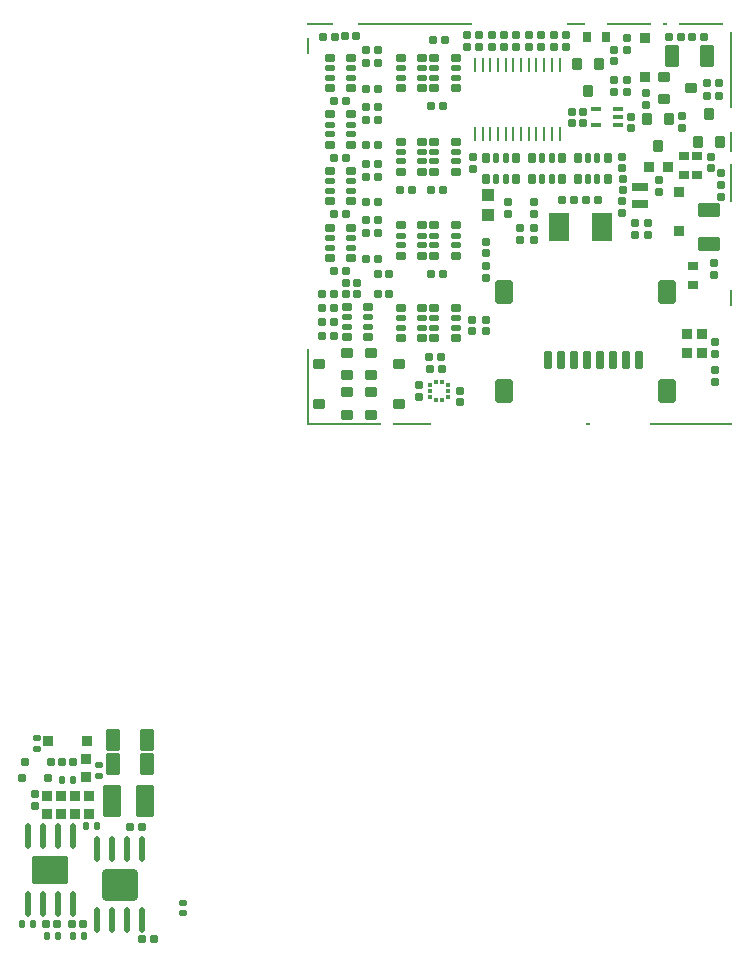
<source format=gbp>
G75*
G70*
%OFA0B0*%
%FSLAX25Y25*%
%IPPOS*%
%LPD*%
%AMOC8*
5,1,8,0,0,1.08239X$1,22.5*
%
%AMM208*
21,1,0.025590,0.026380,0.000000,-0.000000,180.000000*
21,1,0.020470,0.031500,0.000000,-0.000000,180.000000*
1,1,0.005120,-0.010240,0.013190*
1,1,0.005120,0.010240,0.013190*
1,1,0.005120,0.010240,-0.013190*
1,1,0.005120,-0.010240,-0.013190*
%
%AMM209*
21,1,0.017720,0.027950,0.000000,-0.000000,180.000000*
21,1,0.014170,0.031500,0.000000,-0.000000,180.000000*
1,1,0.003540,-0.007090,0.013980*
1,1,0.003540,0.007090,0.013980*
1,1,0.003540,0.007090,-0.013980*
1,1,0.003540,-0.007090,-0.013980*
%
%AMM212*
21,1,0.027560,0.018900,0.000000,-0.000000,0.000000*
21,1,0.022840,0.023620,0.000000,-0.000000,0.000000*
1,1,0.004720,0.011420,-0.009450*
1,1,0.004720,-0.011420,-0.009450*
1,1,0.004720,-0.011420,0.009450*
1,1,0.004720,0.011420,0.009450*
%
%AMM214*
21,1,0.027560,0.018900,0.000000,-0.000000,90.000000*
21,1,0.022840,0.023620,0.000000,-0.000000,90.000000*
1,1,0.004720,0.009450,0.011420*
1,1,0.004720,0.009450,-0.011420*
1,1,0.004720,-0.009450,-0.011420*
1,1,0.004720,-0.009450,0.011420*
%
%AMM216*
21,1,0.035430,0.030320,0.000000,-0.000000,180.000000*
21,1,0.028350,0.037400,0.000000,-0.000000,180.000000*
1,1,0.007090,-0.014170,0.015160*
1,1,0.007090,0.014170,0.015160*
1,1,0.007090,0.014170,-0.015160*
1,1,0.007090,-0.014170,-0.015160*
%
%AMM219*
21,1,0.027560,0.030710,0.000000,-0.000000,270.000000*
21,1,0.022050,0.036220,0.000000,-0.000000,270.000000*
1,1,0.005510,-0.015350,-0.011020*
1,1,0.005510,-0.015350,0.011020*
1,1,0.005510,0.015350,0.011020*
1,1,0.005510,0.015350,-0.011020*
%
%AMM240*
21,1,0.033470,0.026770,0.000000,-0.000000,0.000000*
21,1,0.026770,0.033470,0.000000,-0.000000,0.000000*
1,1,0.006690,0.013390,-0.013390*
1,1,0.006690,-0.013390,-0.013390*
1,1,0.006690,-0.013390,0.013390*
1,1,0.006690,0.013390,0.013390*
%
%AMM241*
21,1,0.025590,0.026380,0.000000,-0.000000,270.000000*
21,1,0.020470,0.031500,0.000000,-0.000000,270.000000*
1,1,0.005120,-0.013190,-0.010240*
1,1,0.005120,-0.013190,0.010240*
1,1,0.005120,0.013190,0.010240*
1,1,0.005120,0.013190,-0.010240*
%
%AMM242*
21,1,0.017720,0.027950,0.000000,-0.000000,270.000000*
21,1,0.014170,0.031500,0.000000,-0.000000,270.000000*
1,1,0.003540,-0.013980,-0.007090*
1,1,0.003540,-0.013980,0.007090*
1,1,0.003540,0.013980,0.007090*
1,1,0.003540,0.013980,-0.007090*
%
%AMM243*
21,1,0.033470,0.026770,0.000000,-0.000000,270.000000*
21,1,0.026770,0.033470,0.000000,-0.000000,270.000000*
1,1,0.006690,-0.013390,-0.013390*
1,1,0.006690,-0.013390,0.013390*
1,1,0.006690,0.013390,0.013390*
1,1,0.006690,0.013390,-0.013390*
%
%AMM244*
21,1,0.078740,0.045670,0.000000,-0.000000,90.000000*
21,1,0.067320,0.057090,0.000000,-0.000000,90.000000*
1,1,0.011420,0.022840,0.033660*
1,1,0.011420,0.022840,-0.033660*
1,1,0.011420,-0.022840,-0.033660*
1,1,0.011420,-0.022840,0.033660*
%
%AMM245*
21,1,0.059060,0.020470,0.000000,-0.000000,90.000000*
21,1,0.053940,0.025590,0.000000,-0.000000,90.000000*
1,1,0.005120,0.010240,0.026970*
1,1,0.005120,0.010240,-0.026970*
1,1,0.005120,-0.010240,-0.026970*
1,1,0.005120,-0.010240,0.026970*
%
%AMM246*
21,1,0.035430,0.030320,0.000000,-0.000000,90.000000*
21,1,0.028350,0.037400,0.000000,-0.000000,90.000000*
1,1,0.007090,0.015160,0.014170*
1,1,0.007090,0.015160,-0.014170*
1,1,0.007090,-0.015160,-0.014170*
1,1,0.007090,-0.015160,0.014170*
%
%AMM247*
21,1,0.012600,0.028980,0.000000,-0.000000,90.000000*
21,1,0.010080,0.031500,0.000000,-0.000000,90.000000*
1,1,0.002520,0.014490,0.005040*
1,1,0.002520,0.014490,-0.005040*
1,1,0.002520,-0.014490,-0.005040*
1,1,0.002520,-0.014490,0.005040*
%
%AMM248*
21,1,0.070870,0.036220,0.000000,-0.000000,270.000000*
21,1,0.061810,0.045280,0.000000,-0.000000,270.000000*
1,1,0.009060,-0.018110,-0.030910*
1,1,0.009060,-0.018110,0.030910*
1,1,0.009060,0.018110,0.030910*
1,1,0.009060,0.018110,-0.030910*
%
%AMM249*
21,1,0.035830,0.026770,0.000000,-0.000000,270.000000*
21,1,0.029130,0.033470,0.000000,-0.000000,270.000000*
1,1,0.006690,-0.013390,-0.014570*
1,1,0.006690,-0.013390,0.014570*
1,1,0.006690,0.013390,0.014570*
1,1,0.006690,0.013390,-0.014570*
%
%AMM250*
21,1,0.027560,0.049610,0.000000,-0.000000,270.000000*
21,1,0.022050,0.055120,0.000000,-0.000000,270.000000*
1,1,0.005510,-0.024800,-0.011020*
1,1,0.005510,-0.024800,0.011020*
1,1,0.005510,0.024800,0.011020*
1,1,0.005510,0.024800,-0.011020*
%
%AMM251*
21,1,0.070870,0.036220,0.000000,-0.000000,0.000000*
21,1,0.061810,0.045280,0.000000,-0.000000,0.000000*
1,1,0.009060,0.030910,-0.018110*
1,1,0.009060,-0.030910,-0.018110*
1,1,0.009060,-0.030910,0.018110*
1,1,0.009060,0.030910,0.018110*
%
%AMM252*
21,1,0.027560,0.030710,0.000000,-0.000000,0.000000*
21,1,0.022050,0.036220,0.000000,-0.000000,0.000000*
1,1,0.005510,0.011020,-0.015350*
1,1,0.005510,-0.011020,-0.015350*
1,1,0.005510,-0.011020,0.015350*
1,1,0.005510,0.011020,0.015350*
%
%AMM42*
21,1,0.035830,0.026770,0.000000,0.000000,0.000000*
21,1,0.029130,0.033470,0.000000,0.000000,0.000000*
1,1,0.006690,0.014570,-0.013390*
1,1,0.006690,-0.014570,-0.013390*
1,1,0.006690,-0.014570,0.013390*
1,1,0.006690,0.014570,0.013390*
%
%AMM44*
21,1,0.070870,0.036220,0.000000,0.000000,90.000000*
21,1,0.061810,0.045280,0.000000,0.000000,90.000000*
1,1,0.009060,0.018110,0.030910*
1,1,0.009060,0.018110,-0.030910*
1,1,0.009060,-0.018110,-0.030910*
1,1,0.009060,-0.018110,0.030910*
%
%AMM66*
21,1,0.023620,0.018900,0.000000,0.000000,90.000000*
21,1,0.018900,0.023620,0.000000,0.000000,90.000000*
1,1,0.004720,0.009450,0.009450*
1,1,0.004720,0.009450,-0.009450*
1,1,0.004720,-0.009450,-0.009450*
1,1,0.004720,-0.009450,0.009450*
%
%AMM67*
21,1,0.019680,0.019680,0.000000,0.000000,0.000000*
21,1,0.015750,0.023620,0.000000,0.000000,0.000000*
1,1,0.003940,0.007870,-0.009840*
1,1,0.003940,-0.007870,-0.009840*
1,1,0.003940,-0.007870,0.009840*
1,1,0.003940,0.007870,0.009840*
%
%AMM68*
21,1,0.019680,0.019680,0.000000,0.000000,270.000000*
21,1,0.015750,0.023620,0.000000,0.000000,270.000000*
1,1,0.003940,-0.009840,-0.007870*
1,1,0.003940,-0.009840,0.007870*
1,1,0.003940,0.009840,0.007870*
1,1,0.003940,0.009840,-0.007870*
%
%AMM82*
21,1,0.106300,0.050390,0.000000,0.000000,90.000000*
21,1,0.093700,0.062990,0.000000,0.000000,90.000000*
1,1,0.012600,0.025200,0.046850*
1,1,0.012600,0.025200,-0.046850*
1,1,0.012600,-0.025200,-0.046850*
1,1,0.012600,-0.025200,0.046850*
%
%AMM83*
21,1,0.033470,0.026770,0.000000,0.000000,270.000000*
21,1,0.026770,0.033470,0.000000,0.000000,270.000000*
1,1,0.006690,-0.013390,-0.013390*
1,1,0.006690,-0.013390,0.013390*
1,1,0.006690,0.013390,0.013390*
1,1,0.006690,0.013390,-0.013390*
%
%AMM84*
21,1,0.023620,0.018900,0.000000,0.000000,180.000000*
21,1,0.018900,0.023620,0.000000,0.000000,180.000000*
1,1,0.004720,-0.009450,0.009450*
1,1,0.004720,0.009450,0.009450*
1,1,0.004720,0.009450,-0.009450*
1,1,0.004720,-0.009450,-0.009450*
%
%AMM85*
21,1,0.122050,0.075590,0.000000,0.000000,180.000000*
21,1,0.103150,0.094490,0.000000,0.000000,180.000000*
1,1,0.018900,-0.051580,0.037800*
1,1,0.018900,0.051580,0.037800*
1,1,0.018900,0.051580,-0.037800*
1,1,0.018900,-0.051580,-0.037800*
%
%AMM86*
21,1,0.118110,0.083460,0.000000,0.000000,0.000000*
21,1,0.097240,0.104330,0.000000,0.000000,0.000000*
1,1,0.020870,0.048620,-0.041730*
1,1,0.020870,-0.048620,-0.041730*
1,1,0.020870,-0.048620,0.041730*
1,1,0.020870,0.048620,0.041730*
%
%ADD135R,0.01378X0.01476*%
%ADD140M42*%
%ADD142R,0.01476X0.01378*%
%ADD145M44*%
%ADD173M66*%
%ADD174M67*%
%ADD175M68*%
%ADD193M82*%
%ADD194M83*%
%ADD195M84*%
%ADD196O,0.01968X0.08661*%
%ADD197M85*%
%ADD198M86*%
%ADD256O,0.00984X0.04961*%
%ADD259R,0.06693X0.09449*%
%ADD261R,0.04331X0.03937*%
%ADD32R,0.14567X0.00787*%
%ADD33R,0.01575X0.00787*%
%ADD338M208*%
%ADD339M209*%
%ADD34R,0.06299X0.00787*%
%ADD342M212*%
%ADD344M214*%
%ADD346M216*%
%ADD349M219*%
%ADD35R,0.38189X0.00787*%
%ADD36R,0.09055X0.00787*%
%ADD37R,0.00787X0.05512*%
%ADD370M240*%
%ADD371M241*%
%ADD372M242*%
%ADD373M243*%
%ADD374M244*%
%ADD375M245*%
%ADD376M246*%
%ADD377M247*%
%ADD378M248*%
%ADD379M249*%
%ADD38R,0.00787X0.25197*%
%ADD380M250*%
%ADD381M251*%
%ADD382M252*%
%ADD39R,0.00787X0.06693*%
%ADD40R,0.00787X0.12992*%
%ADD41R,0.27559X0.00787*%
%ADD42R,0.12992X0.00787*%
%ADD43R,0.24803X0.00787*%
X0000000Y0000000D02*
%LPD*%
G01*
X0125197Y0340157D02*
G01*
G75*
D40*
X0266536Y0286810D02*
D03*
D39*
X0266536Y0300590D02*
D03*
D42*
X0160433Y0206692D02*
D03*
D37*
X0266536Y0248425D02*
D03*
X0125591Y0332677D02*
D03*
D38*
X0125591Y0218897D02*
D03*
X0266536Y0324409D02*
D03*
D35*
X0161221Y0339763D02*
D03*
D36*
X0129725Y0339763D02*
D03*
D34*
X0214961Y0339763D02*
D03*
D43*
X0137599Y0206692D02*
D03*
D41*
X0253150Y0206692D02*
D03*
D32*
X0232480Y0339763D02*
D03*
X0256496Y0339763D02*
D03*
D33*
X0244488Y0339763D02*
D03*
X0218898Y0206692D02*
D03*
D338*
X0210236Y0288188D02*
D03*
X0184941Y0288188D02*
D03*
X0200197Y0288188D02*
D03*
X0194981Y0288188D02*
D03*
X0225492Y0295275D02*
D03*
X0225492Y0288188D02*
D03*
X0215453Y0288188D02*
D03*
X0215453Y0295275D02*
D03*
X0184941Y0295275D02*
D03*
X0194981Y0295275D02*
D03*
X0200197Y0295275D02*
D03*
X0210236Y0295275D02*
D03*
D339*
X0206791Y0288188D02*
D03*
X0191536Y0288188D02*
D03*
X0203642Y0288188D02*
D03*
X0188386Y0288188D02*
D03*
X0218898Y0288188D02*
D03*
X0222047Y0288188D02*
D03*
X0222047Y0295275D02*
D03*
X0218898Y0295275D02*
D03*
X0191536Y0295275D02*
D03*
X0188386Y0295275D02*
D03*
X0206791Y0295275D02*
D03*
X0203642Y0295275D02*
D03*
D342*
X0263386Y0286220D02*
D03*
X0263386Y0290157D02*
D03*
X0259843Y0291732D02*
D03*
X0259843Y0295669D02*
D03*
X0242520Y0283858D02*
D03*
X0242520Y0287795D02*
D03*
X0184818Y0255205D02*
D03*
X0184818Y0259142D02*
D03*
X0184818Y0263401D02*
D03*
X0184818Y0267338D02*
D03*
X0217285Y0306723D02*
D03*
X0217285Y0310660D02*
D03*
X0213562Y0306723D02*
D03*
X0213562Y0310660D02*
D03*
X0250394Y0309139D02*
D03*
X0250394Y0305202D02*
D03*
X0261327Y0220505D02*
D03*
X0261088Y0256253D02*
D03*
X0184818Y0241338D02*
D03*
X0238976Y0273622D02*
D03*
X0234646Y0273622D02*
D03*
X0230427Y0277052D02*
D03*
X0230482Y0288329D02*
D03*
X0200822Y0267913D02*
D03*
X0200822Y0276702D02*
D03*
X0192337Y0280639D02*
D03*
X0162471Y0215722D02*
D03*
X0180315Y0241338D02*
D03*
X0263386Y0282283D02*
D03*
X0230391Y0295669D02*
D03*
X0231789Y0317322D02*
D03*
X0231789Y0331387D02*
D03*
X0227559Y0317322D02*
D03*
X0227559Y0331387D02*
D03*
X0180651Y0291684D02*
D03*
X0178740Y0336220D02*
D03*
X0238976Y0269685D02*
D03*
X0200822Y0280639D02*
D03*
X0200822Y0271850D02*
D03*
X0196334Y0271850D02*
D03*
X0196334Y0267913D02*
D03*
X0176378Y0213779D02*
D03*
X0176378Y0217716D02*
D03*
X0162471Y0219659D02*
D03*
X0233295Y0305104D02*
D03*
X0233295Y0309041D02*
D03*
X0231789Y0335325D02*
D03*
X0230391Y0291732D02*
D03*
X0192337Y0276702D02*
D03*
X0230482Y0284392D02*
D03*
X0230427Y0280989D02*
D03*
X0227559Y0321259D02*
D03*
X0180651Y0295621D02*
D03*
X0178740Y0332283D02*
D03*
X0261088Y0260190D02*
D03*
X0263386Y0286220D02*
D03*
X0238362Y0312992D02*
D03*
X0238362Y0316929D02*
D03*
X0231789Y0321259D02*
D03*
X0180315Y0237401D02*
D03*
X0184818Y0237401D02*
D03*
X0234646Y0269685D02*
D03*
X0261327Y0224442D02*
D03*
X0261327Y0233758D02*
D03*
X0261327Y0229821D02*
D03*
X0227559Y0327450D02*
D03*
X0182677Y0336220D02*
D03*
X0182677Y0332283D02*
D03*
X0195079Y0336220D02*
D03*
X0195079Y0332283D02*
D03*
X0199213Y0336220D02*
D03*
X0199213Y0332283D02*
D03*
X0207481Y0336220D02*
D03*
X0207481Y0332283D02*
D03*
X0203347Y0336220D02*
D03*
X0203347Y0332283D02*
D03*
X0211614Y0336220D02*
D03*
X0211614Y0332283D02*
D03*
X0190945Y0336220D02*
D03*
X0190945Y0332283D02*
D03*
X0186811Y0336220D02*
D03*
X0186811Y0332283D02*
D03*
D344*
X0214173Y0281230D02*
D03*
X0218406Y0281230D02*
D03*
X0130315Y0235826D02*
D03*
X0130315Y0240551D02*
D03*
X0130315Y0245275D02*
D03*
X0130315Y0249999D02*
D03*
X0258662Y0320078D02*
D03*
X0258662Y0315944D02*
D03*
X0166441Y0224764D02*
D03*
X0170378Y0224764D02*
D03*
X0257480Y0335693D02*
D03*
X0253544Y0335693D02*
D03*
X0222343Y0281230D02*
D03*
X0210236Y0281230D02*
D03*
X0165945Y0228936D02*
D03*
X0169882Y0228936D02*
D03*
X0138169Y0253709D02*
D03*
X0142106Y0253709D02*
D03*
X0142106Y0249999D02*
D03*
X0138169Y0249999D02*
D03*
X0152756Y0249999D02*
D03*
X0148819Y0249999D02*
D03*
X0134252Y0249999D02*
D03*
X0134252Y0245275D02*
D03*
X0134252Y0235826D02*
D03*
X0134252Y0240551D02*
D03*
X0167446Y0334658D02*
D03*
X0171383Y0334658D02*
D03*
X0170473Y0284448D02*
D03*
X0166536Y0284448D02*
D03*
X0160236Y0284448D02*
D03*
X0156299Y0284448D02*
D03*
X0170473Y0312401D02*
D03*
X0166536Y0312401D02*
D03*
X0145079Y0288976D02*
D03*
X0149016Y0288976D02*
D03*
X0145079Y0318306D02*
D03*
X0149016Y0318306D02*
D03*
X0145079Y0331102D02*
D03*
X0149016Y0331102D02*
D03*
X0138169Y0314210D02*
D03*
X0134232Y0314210D02*
D03*
X0137795Y0335826D02*
D03*
X0141732Y0335826D02*
D03*
X0134646Y0335629D02*
D03*
X0130709Y0335629D02*
D03*
X0245954Y0335693D02*
D03*
X0249891Y0335693D02*
D03*
X0262599Y0320078D02*
D03*
X0262599Y0315944D02*
D03*
X0149016Y0312204D02*
D03*
X0145079Y0312204D02*
D03*
X0149016Y0307874D02*
D03*
X0145079Y0307874D02*
D03*
X0149016Y0299409D02*
D03*
X0145079Y0299409D02*
D03*
X0134232Y0295243D02*
D03*
X0138169Y0295243D02*
D03*
X0166536Y0256496D02*
D03*
X0170473Y0256496D02*
D03*
X0149016Y0326771D02*
D03*
X0145079Y0326771D02*
D03*
X0134232Y0276400D02*
D03*
X0138169Y0276400D02*
D03*
X0149016Y0280511D02*
D03*
X0145079Y0280511D02*
D03*
X0149016Y0293306D02*
D03*
X0145079Y0293306D02*
D03*
X0134232Y0257420D02*
D03*
X0138169Y0257420D02*
D03*
X0149016Y0261613D02*
D03*
X0145079Y0261613D02*
D03*
X0149016Y0270078D02*
D03*
X0145079Y0270078D02*
D03*
X0149016Y0274409D02*
D03*
X0145079Y0274409D02*
D03*
X0152756Y0256632D02*
D03*
X0148819Y0256632D02*
D03*
D346*
X0255453Y0300600D02*
D03*
X0245978Y0308340D02*
D03*
X0222608Y0326673D02*
D03*
D349*
X0254036Y0252952D02*
D03*
X0254036Y0259252D02*
D03*
X0255414Y0289566D02*
D03*
X0255414Y0295866D02*
D03*
X0250788Y0289566D02*
D03*
X0250788Y0295866D02*
D03*
D346*
X0218867Y0317421D02*
D03*
X0238498Y0308340D02*
D03*
X0242238Y0299088D02*
D03*
X0262933Y0300600D02*
D03*
X0259193Y0309852D02*
D03*
X0215127Y0326673D02*
D03*
D370*
X0245591Y0292126D02*
D03*
X0239370Y0292126D02*
D03*
D371*
X0174803Y0262696D02*
D03*
X0167717Y0262696D02*
D03*
X0167717Y0272736D02*
D03*
X0174803Y0272736D02*
D03*
X0167717Y0290649D02*
D03*
X0167717Y0318602D02*
D03*
X0163780Y0300688D02*
D03*
X0138583Y0245570D02*
D03*
X0145669Y0245570D02*
D03*
X0145669Y0235531D02*
D03*
X0138583Y0235531D02*
D03*
X0156693Y0328641D02*
D03*
X0163780Y0328641D02*
D03*
X0163780Y0318602D02*
D03*
X0156693Y0318602D02*
D03*
X0174803Y0318602D02*
D03*
X0167717Y0328641D02*
D03*
X0174803Y0328641D02*
D03*
X0156693Y0300688D02*
D03*
X0163780Y0290649D02*
D03*
X0156693Y0290649D02*
D03*
X0174803Y0290649D02*
D03*
X0167717Y0300688D02*
D03*
X0174803Y0300688D02*
D03*
X0132874Y0299704D02*
D03*
X0139961Y0299704D02*
D03*
X0139961Y0309744D02*
D03*
X0132874Y0309744D02*
D03*
X0132874Y0318602D02*
D03*
X0139961Y0318602D02*
D03*
X0139961Y0328641D02*
D03*
X0132874Y0328641D02*
D03*
X0132874Y0280806D02*
D03*
X0139961Y0280806D02*
D03*
X0139961Y0290846D02*
D03*
X0132874Y0290846D02*
D03*
X0132874Y0261909D02*
D03*
X0139961Y0261909D02*
D03*
X0139961Y0271948D02*
D03*
X0132874Y0271948D02*
D03*
X0156693Y0262696D02*
D03*
X0163780Y0262696D02*
D03*
X0163780Y0272736D02*
D03*
X0156693Y0272736D02*
D03*
X0156693Y0235137D02*
D03*
X0163780Y0235137D02*
D03*
X0163780Y0245177D02*
D03*
X0156693Y0245177D02*
D03*
X0174803Y0245177D02*
D03*
X0167717Y0245177D02*
D03*
X0167717Y0235137D02*
D03*
X0174803Y0235137D02*
D03*
D372*
X0167717Y0269291D02*
D03*
X0167717Y0266141D02*
D03*
X0174803Y0266141D02*
D03*
X0174803Y0269291D02*
D03*
X0167717Y0294094D02*
D03*
X0167717Y0322047D02*
D03*
X0163780Y0297244D02*
D03*
X0145669Y0238976D02*
D03*
X0145669Y0242125D02*
D03*
X0138583Y0242125D02*
D03*
X0138583Y0238976D02*
D03*
X0163780Y0322047D02*
D03*
X0163780Y0325196D02*
D03*
X0156693Y0325196D02*
D03*
X0156693Y0322047D02*
D03*
X0167717Y0325196D02*
D03*
X0174803Y0322047D02*
D03*
X0174803Y0325196D02*
D03*
X0163780Y0294094D02*
D03*
X0156693Y0297244D02*
D03*
X0156693Y0294094D02*
D03*
X0167717Y0297243D02*
D03*
X0174803Y0294094D02*
D03*
X0174803Y0297243D02*
D03*
X0132874Y0303149D02*
D03*
X0132874Y0306299D02*
D03*
X0139961Y0306299D02*
D03*
X0139961Y0303149D02*
D03*
X0132874Y0322046D02*
D03*
X0132874Y0325196D02*
D03*
X0139961Y0325196D02*
D03*
X0139961Y0322046D02*
D03*
X0132874Y0284251D02*
D03*
X0132874Y0287401D02*
D03*
X0139961Y0287401D02*
D03*
X0139961Y0284251D02*
D03*
X0132874Y0265354D02*
D03*
X0132874Y0268503D02*
D03*
X0139961Y0268503D02*
D03*
X0139961Y0265354D02*
D03*
X0156693Y0266141D02*
D03*
X0156693Y0269291D02*
D03*
X0163780Y0269291D02*
D03*
X0163780Y0266141D02*
D03*
X0156693Y0238582D02*
D03*
X0156693Y0241732D02*
D03*
X0163780Y0241732D02*
D03*
X0163780Y0238582D02*
D03*
X0174803Y0241732D02*
D03*
X0174803Y0238582D02*
D03*
X0167717Y0238582D02*
D03*
X0167717Y0241732D02*
D03*
D373*
X0252067Y0230354D02*
D03*
X0257057Y0230354D02*
D03*
X0257057Y0236574D02*
D03*
X0252067Y0236574D02*
D03*
D374*
X0245177Y0217716D02*
D03*
X0245177Y0250393D02*
D03*
X0191044Y0217716D02*
D03*
X0191044Y0250393D02*
D03*
D375*
X0227146Y0227952D02*
D03*
X0235807Y0227952D02*
D03*
X0231477Y0227952D02*
D03*
X0222815Y0227952D02*
D03*
X0218484Y0227952D02*
D03*
X0214154Y0227952D02*
D03*
X0209823Y0227952D02*
D03*
X0205492Y0227952D02*
D03*
D376*
X0146536Y0209645D02*
D03*
X0146536Y0222849D02*
D03*
X0138504Y0217126D02*
D03*
X0138504Y0230329D02*
D03*
X0155788Y0213385D02*
D03*
X0155788Y0226589D02*
D03*
X0129252Y0226589D02*
D03*
X0244173Y0314763D02*
D03*
X0253425Y0318503D02*
D03*
X0129252Y0213385D02*
D03*
D142*
X0172309Y0215722D02*
D03*
X0172309Y0219659D02*
D03*
X0166305Y0215722D02*
D03*
X0166305Y0217690D02*
D03*
X0172309Y0217690D02*
D03*
X0166305Y0219659D02*
D03*
D377*
X0228957Y0306287D02*
D03*
X0228957Y0311405D02*
D03*
X0228957Y0308846D02*
D03*
X0221476Y0306287D02*
D03*
X0221476Y0311405D02*
D03*
D256*
X0209449Y0303070D02*
D03*
X0206890Y0326062D02*
D03*
X0209449Y0326062D02*
D03*
X0186418Y0303070D02*
D03*
X0183859Y0326062D02*
D03*
X0181299Y0326062D02*
D03*
X0186418Y0326062D02*
D03*
X0188977Y0326062D02*
D03*
X0191536Y0326062D02*
D03*
X0194095Y0326062D02*
D03*
X0196654Y0326062D02*
D03*
X0199213Y0326062D02*
D03*
X0201772Y0326062D02*
D03*
X0204331Y0326062D02*
D03*
X0181299Y0303070D02*
D03*
X0183859Y0303070D02*
D03*
X0188977Y0303070D02*
D03*
X0191536Y0303070D02*
D03*
X0194095Y0303070D02*
D03*
X0196654Y0303070D02*
D03*
X0199213Y0303070D02*
D03*
X0201772Y0303070D02*
D03*
X0204331Y0303070D02*
D03*
X0206890Y0303070D02*
D03*
D378*
X0247036Y0329133D02*
D03*
X0258454Y0329133D02*
D03*
D379*
X0249171Y0271043D02*
D03*
X0249171Y0284035D02*
D03*
X0237971Y0335120D02*
D03*
X0237971Y0322128D02*
D03*
D259*
X0223766Y0272268D02*
D03*
X0209199Y0272268D02*
D03*
D135*
X0168323Y0220692D02*
D03*
X0170291Y0220692D02*
D03*
X0170291Y0214688D02*
D03*
X0168323Y0214688D02*
D03*
D380*
X0236289Y0285679D02*
D03*
X0236289Y0279774D02*
D03*
D376*
X0146536Y0217126D02*
D03*
X0146536Y0230329D02*
D03*
X0138504Y0222849D02*
D03*
X0244173Y0322244D02*
D03*
X0138504Y0209645D02*
D03*
D261*
X0185630Y0282876D02*
D03*
X0185630Y0276183D02*
D03*
D381*
X0259167Y0266515D02*
D03*
X0259167Y0277932D02*
D03*
D382*
X0224803Y0335432D02*
D03*
X0218504Y0335432D02*
D03*
X0022146Y0024508D02*
G01*
G75*
D140*
X0052061Y0100886D02*
D03*
X0039069Y0100886D02*
D03*
D145*
X0071921Y0101280D02*
D03*
X0060504Y0101280D02*
D03*
X0071921Y0093248D02*
D03*
X0060504Y0093248D02*
D03*
D173*
X0034548Y0079232D02*
D03*
X0034548Y0083169D02*
D03*
X0031201Y0093799D02*
D03*
X0039863Y0093799D02*
D03*
X0030414Y0088551D02*
D03*
X0039075Y0088551D02*
D03*
D174*
X0042301Y0035925D02*
D03*
X0038757Y0035925D02*
D03*
X0051692Y0072658D02*
D03*
X0055236Y0072658D02*
D03*
X0043695Y0087763D02*
D03*
X0047238Y0087763D02*
D03*
X0050919Y0035925D02*
D03*
X0047376Y0035925D02*
D03*
X0030414Y0039862D02*
D03*
X0033957Y0039862D02*
D03*
D175*
X0055899Y0089338D02*
D03*
X0055899Y0092882D02*
D03*
X0035132Y0101740D02*
D03*
X0035132Y0098196D02*
D03*
X0083896Y0043423D02*
D03*
X0083896Y0046967D02*
D03*
D193*
X0071359Y0080807D02*
D03*
X0060335Y0080807D02*
D03*
D194*
X0038681Y0076484D02*
D03*
X0038681Y0082704D02*
D03*
X0052775Y0076484D02*
D03*
X0052775Y0082704D02*
D03*
X0048084Y0076484D02*
D03*
X0048084Y0082704D02*
D03*
X0043392Y0076484D02*
D03*
X0043392Y0082704D02*
D03*
X0051594Y0088728D02*
D03*
X0051594Y0094949D02*
D03*
D195*
X0042104Y0039862D02*
D03*
X0038167Y0039862D02*
D03*
X0046785Y0039862D02*
D03*
X0050722Y0039862D02*
D03*
X0043498Y0093799D02*
D03*
X0047435Y0093799D02*
D03*
X0066431Y0072185D02*
D03*
X0070368Y0072185D02*
D03*
X0074207Y0034744D02*
D03*
X0070269Y0034744D02*
D03*
D196*
X0047218Y0046622D02*
D03*
X0042218Y0046622D02*
D03*
X0037218Y0046622D02*
D03*
X0032218Y0046622D02*
D03*
X0047218Y0069259D02*
D03*
X0042218Y0069259D02*
D03*
X0037218Y0069259D02*
D03*
X0032218Y0069259D02*
D03*
X0070285Y0041339D02*
D03*
X0065285Y0041339D02*
D03*
X0060285Y0041339D02*
D03*
X0055285Y0041339D02*
D03*
X0070285Y0064764D02*
D03*
X0065285Y0064764D02*
D03*
X0060285Y0064764D02*
D03*
X0055285Y0064764D02*
D03*
D197*
X0039718Y0057940D02*
D03*
D198*
X0062785Y0053051D02*
D03*
X0339665Y0019783D02*
%LPD*%
G01*
M02*

</source>
